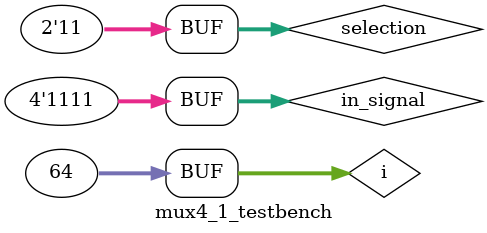
<source format=sv>
`timescale 1ns/10ps
module mux4_1(out, in_signal, selection);    
	output logic out;  
	input  logic [3:0] in_signal;
	input logic [1:0] selection;     
	logic  v0, v1;     
	mux2_1 m0(.out(v0),  .i0(in_signal[0]), .i1(in_signal[1]), .sel(selection[0]));  
	mux2_1 m1(.out(v1),  .i0(in_signal[2]), .i1(in_signal[3]), .sel(selection[0]));  
	mux2_1 m (.out(out), .i0(v0),  .i1(v1),  .sel(selection[1]));  
endmodule
    
module mux4_1_testbench();     
	logic  [3:0] in_signal;
	logic [1:0] selection;
	logic  out;  
	mux4_1 dut (.out, .in_signal, .selection);     
	integer i;   
	initial begin 
	for(i=0; i<64; i++) begin 
	{selection[1:0], in_signal[3:0]} = i; #10;  
	end    
	end    
endmodule
</source>
